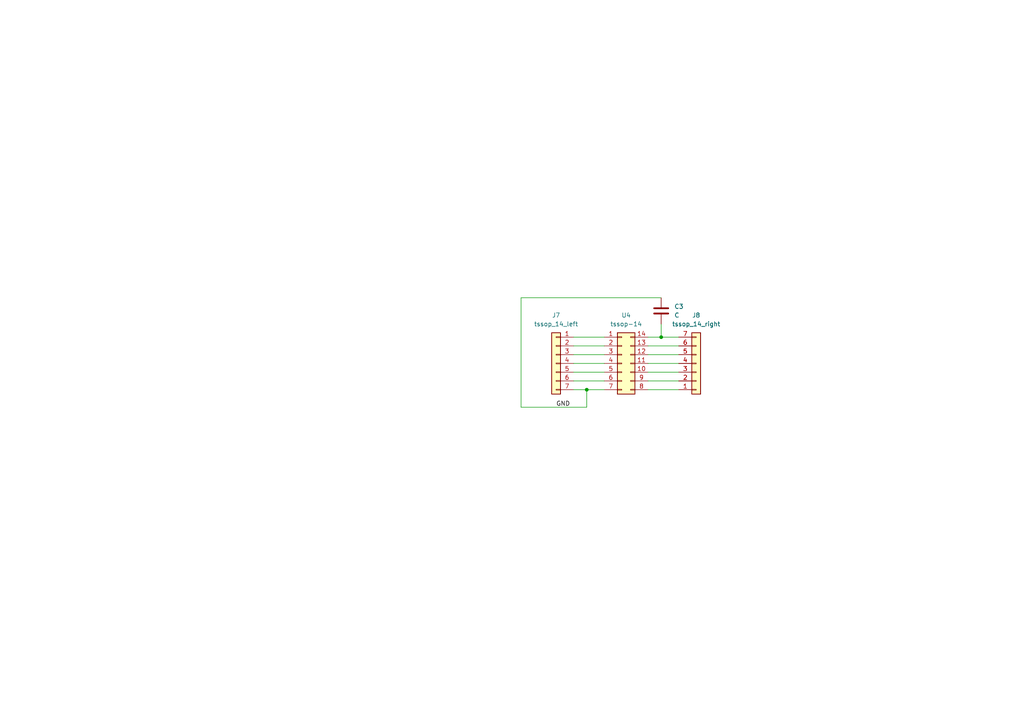
<source format=kicad_sch>
(kicad_sch (version 20231120) (generator "eeschema") (generator_version "8.0")
  (paper "A4")
  (lib_symbols
    (symbol "Connector_Generic:Conn_01x07" (pin_names (offset 1.016) hide)
      (property "Reference" "J" (at 0 10.16 0))
      (property "Value" "Conn_01x07" (at 0 -10.16 0))
      (symbol "Conn_01x07_1_1"
        (rectangle (start -1.27 -7.493) (end 0 -7.747) (stroke (width 0.1524)))
        (rectangle (start -1.27 -4.953) (end 0 -5.207) (stroke (width 0.1524)))
        (rectangle (start -1.27 -2.413) (end 0 -2.667) (stroke (width 0.1524)))
        (rectangle (start -1.27 0.127) (end 0 -0.127) (stroke (width 0.1524)))
        (rectangle (start -1.27 2.667) (end 0 2.413) (stroke (width 0.1524)))
        (rectangle (start -1.27 5.207) (end 0 4.953) (stroke (width 0.1524)))
        (rectangle (start -1.27 7.747) (end 0 7.493) (stroke (width 0.1524)))
        (rectangle (start -1.27 8.89) (end 1.27 -8.89) (stroke (width 0.254)) (fill (type background)))
        (pin passive line (at -5.08 7.62 0) (length 3.81) (name "Pin_1") (number "1"))
        (pin passive line (at -5.08 5.08 0) (length 3.81) (name "Pin_2") (number "2"))
        (pin passive line (at -5.08 2.54 0) (length 3.81) (name "Pin_3") (number "3"))
        (pin passive line (at -5.08 0 0) (length 3.81) (name "Pin_4") (number "4"))
        (pin passive line (at -5.08 -2.54 0) (length 3.81) (name "Pin_5") (number "5"))
        (pin passive line (at -5.08 -5.08 0) (length 3.81) (name "Pin_6") (number "6"))
        (pin passive line (at -5.08 -7.62 0) (length 3.81) (name "Pin_7") (number "7"))
      )
    )
    (symbol "Connector_Generic:Conn_02x07_Counter_Clockwise" (pin_names (offset 1.016) hide)
      (property "Reference" "J" (at 1.27 10.16 0))
      (property "Value" "Conn_02x07_Counter_Clockwise" (at 1.27 -10.16 0))
      (symbol "Conn_02x07_Counter_Clockwise_1_1"
        (rectangle (start -1.27 -7.493) (end 0 -7.747) (stroke (width 0.1524)))
        (rectangle (start -1.27 -4.953) (end 0 -5.207) (stroke (width 0.1524)))
        (rectangle (start -1.27 -2.413) (end 0 -2.667) (stroke (width 0.1524)))
        (rectangle (start -1.27 0.127) (end 0 -0.127) (stroke (width 0.1524)))
        (rectangle (start -1.27 2.667) (end 0 2.413) (stroke (width 0.1524)))
        (rectangle (start -1.27 5.207) (end 0 4.953) (stroke (width 0.1524)))
        (rectangle (start -1.27 7.747) (end 0 7.493) (stroke (width 0.1524)))
        (rectangle (start -1.27 8.89) (end 3.81 -8.89) (stroke (width 0.254)) (fill (type background)))
        (rectangle (start 3.81 -7.493) (end 2.54 -7.747) (stroke (width 0.1524)))
        (rectangle (start 3.81 -4.953) (end 2.54 -5.207) (stroke (width 0.1524)))
        (rectangle (start 3.81 -2.413) (end 2.54 -2.667) (stroke (width 0.1524)))
        (rectangle (start 3.81 0.127) (end 2.54 -0.127) (stroke (width 0.1524)))
        (rectangle (start 3.81 2.667) (end 2.54 2.413) (stroke (width 0.1524)))
        (rectangle (start 3.81 5.207) (end 2.54 4.953) (stroke (width 0.1524)))
        (rectangle (start 3.81 7.747) (end 2.54 7.493) (stroke (width 0.1524)))
        (pin passive line (at -5.08 7.62 0) (length 3.81) (name "Pin_1") (number "1"))
        (pin passive line (at 7.62 -2.54 180) (length 3.81) (name "Pin_10") (number "10"))
        (pin passive line (at 7.62 0 180) (length 3.81) (name "Pin_11") (number "11"))
        (pin passive line (at 7.62 2.54 180) (length 3.81) (name "Pin_12") (number "12"))
        (pin passive line (at 7.62 5.08 180) (length 3.81) (name "Pin_13") (number "13"))
        (pin passive line (at 7.62 7.62 180) (length 3.81) (name "Pin_14") (number "14"))
        (pin passive line (at -5.08 5.08 0) (length 3.81) (name "Pin_2") (number "2"))
        (pin passive line (at -5.08 2.54 0) (length 3.81) (name "Pin_3") (number "3"))
        (pin passive line (at -5.08 0 0) (length 3.81) (name "Pin_4") (number "4"))
        (pin passive line (at -5.08 -2.54 0) (length 3.81) (name "Pin_5") (number "5"))
        (pin passive line (at -5.08 -5.08 0) (length 3.81) (name "Pin_6") (number "6"))
        (pin passive line (at -5.08 -7.62 0) (length 3.81) (name "Pin_7") (number "7"))
        (pin passive line (at 7.62 -7.62 180) (length 3.81) (name "Pin_8") (number "8"))
        (pin passive line (at 7.62 -5.08 180) (length 3.81) (name "Pin_9") (number "9"))
      )
    )
    (symbol "Device:C" (pin_numbers hide) (pin_names (offset 0.254))
      (property "Reference" "C" (at 0.635 2.54 0))
      (property "Value" "C" (at 0.635 -2.54 0))
      (symbol "C_0_1"
        (polyline (pts (xy -2.032 -0.762) (xy 2.032 -0.762)) (stroke (width 0.508)))
        (polyline (pts (xy -2.032 0.762) (xy 2.032 0.762)) (stroke (width 0.508)))
      )
      (symbol "C_1_1"
        (pin passive line (at 0 3.81 270) (length 2.794) (name "~") (number "1"))
        (pin passive line (at 0 -3.81 90) (length 2.794) (name "~") (number "2"))
      )
    )
  )
  (junction (at 170.18 113.03))
  (junction (at 191.77 97.79))
  (wire (pts (xy 191.77 86.36) (xy 151.13 86.36)))
  (wire (pts (xy 187.96 113.03) (xy 196.85 113.03)))
  (wire (pts (xy 170.18 113.03) (xy 175.26 113.03)))
  (wire (pts (xy 151.13 118.11) (xy 170.18 118.11)))
  (wire (pts (xy 191.77 93.98) (xy 191.77 97.79)))
  (wire (pts (xy 166.37 113.03) (xy 170.18 113.03)))
  (wire (pts (xy 187.96 100.33) (xy 196.85 100.33)))
  (wire (pts (xy 166.37 102.87) (xy 175.26 102.87)))
  (wire (pts (xy 166.37 110.49) (xy 175.26 110.49)))
  (wire (pts (xy 166.37 100.33) (xy 175.26 100.33)))
  (wire (pts (xy 187.96 97.79) (xy 191.77 97.79)))
  (wire (pts (xy 187.96 102.87) (xy 196.85 102.87)))
  (wire (pts (xy 166.37 97.79) (xy 175.26 97.79)))
  (wire (pts (xy 187.96 107.95) (xy 196.85 107.95)))
  (wire (pts (xy 151.13 86.36) (xy 151.13 118.11)))
  (wire (pts (xy 166.37 105.41) (xy 175.26 105.41)))
  (wire (pts (xy 187.96 105.41) (xy 196.85 105.41)))
  (wire (pts (xy 187.96 110.49) (xy 196.85 110.49)))
  (wire (pts (xy 191.77 97.79) (xy 196.85 97.79)))
  (wire (pts (xy 170.18 118.11) (xy 170.18 113.03)))
  (wire (pts (xy 166.37 107.95) (xy 175.26 107.95)))
  (label "GND" (at 161.29 118.11 0))
  (symbol (lib_id "Device:C") (at 191.77 90.17 0) (unit 1)
    (property "Reference" "C3" (at 195.58 88.8999 0) (effects (justify left)))
    (property "Value" "C" (at 195.58 91.4399 0) (effects (justify left)))
    (property "Footprint" "Capacitor_SMD:C_0805_2012Metric_Pad1.18x1.45mm_HandSolder" (effects (hide yes)))
    (property "Description" "Unpolarized capacitor" (effects (hide yes)))
  )
  (symbol (lib_id "Connector_Generic:Conn_02x07_Counter_Clockwise") (at 180.34 105.41 0) (unit 1)
    (property "Reference" "U4" (at 181.61 91.44 0))
    (property "Value" "tssop-14" (at 181.61 93.98 0))
    (property "Footprint" "Package_SO:TSSOP-14_4.4x5mm_P0.65mm" (effects (hide yes)))
    (property "Description" "Generic connector, double row, 02x07, counter clockwise pin numbering scheme (similar to DIP package numbering), script generated (kicad-library-utils/schlib/autogen/connector/)" (effects (hide yes)))
  )
  (symbol (lib_id "Connector_Generic:Conn_01x07") (at 161.29 105.41 0) (mirror y) (unit 1)
    (property "Reference" "J7" (at 161.29 91.44 0))
    (property "Value" "tssop_14_left" (at 161.29 93.98 0))
    (property "Footprint" "Connector_PinHeader_2.54mm:PinHeader_1x07_P2.54mm_Vertical" (effects (hide yes)))
    (property "Description" "Generic connector, single row, 01x07, script generated (kicad-library-utils/schlib/autogen/connector/)" (effects (hide yes)))
  )
  (symbol (lib_id "Connector_Generic:Conn_01x07") (at 201.93 105.41 0) (mirror x) (unit 1)
    (property "Reference" "J8" (at 201.93 91.44 0))
    (property "Value" "tssop_14_right" (at 201.93 93.98 0))
    (property "Footprint" "Connector_PinHeader_2.54mm:PinHeader_1x07_P2.54mm_Vertical" (effects (hide yes)))
    (property "Description" "Generic connector, single row, 01x07, script generated (kicad-library-utils/schlib/autogen/connector/)" (effects (hide yes)))
  )
)
</source>
